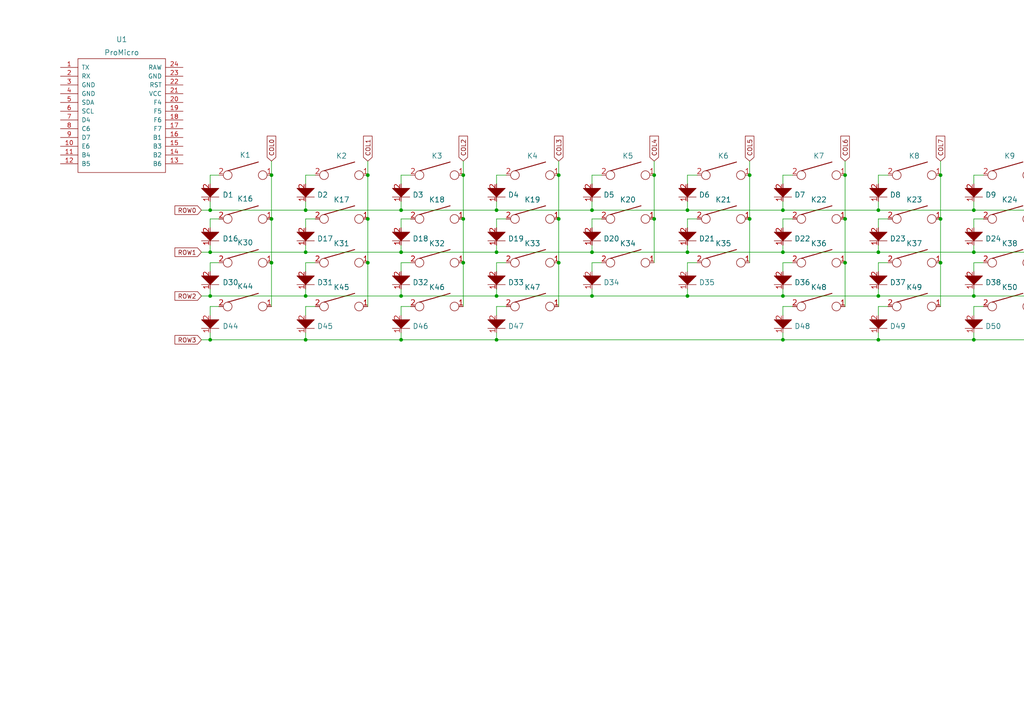
<source format=kicad_sch>
(kicad_sch (version 20211123) (generator eeschema)
  (paper "A4")
  (lib_symbols
    (symbol "keyboard_parts:D" (pin_names (offset 1.016))
      (property "Reference" "D" (at -3.81 -1.27 90))
      (symbol "D_0_1"
        (polyline (pts (xy -2.54 0) (xy 2.54 0)))
        (polyline (pts (xy 0 0) (xy -2.54 -2.54) (xy 2.54 -2.54) (xy 0 0)) (fill (type outline)))
      )
      (symbol "D_1_1"
        (pin passive line (at 0 1.27 270) (length 1.27) (name "~") (number "1"))
        (pin passive line (at 0 -3.81 90) (length 1.27) (name "~") (number "2"))
      )
    )
    (symbol "keyboard_parts:KEYSW" (pin_names (offset 1.016))
      (property "Reference" "K?" (at -1.27 0 0))
      (symbol "KEYSW_0_1"
        (circle (center -5.08 0) (radius 1.27))
        (polyline (pts (xy -5.08 1.27) (xy 3.81 3.81)) (stroke (width 0.254)))
        (circle (center 5.08 0) (radius 1.27))
      )
      (symbol "KEYSW_1_1"
        (pin passive line (at 7.62 0 180) (length 1.27) (name "~") (number "1"))
        (pin passive line (at -7.62 0 0) (length 1.27) (name "~") (number "2"))
      )
    )
    (symbol "promicro:ProMicro" (pin_names (offset 1.016))
      (property "Reference" "U" (at 0 24.13 0))
      (property "Value" "ProMicro" (at 0 -13.97 0))
      (symbol "ProMicro_0_1"
        (rectangle (start -12.7 21.59) (end 12.7 -11.43))
      )
      (symbol "ProMicro_1_1"
        (pin bidirectional line (at -17.78 19.05 0) (length 5.08) (name "TX") (number "1"))
        (pin bidirectional line (at -17.78 -3.81 0) (length 5.08) (name "E6") (number "10"))
        (pin bidirectional line (at -17.78 -6.35 0) (length 5.08) (name "B4") (number "11"))
        (pin bidirectional line (at -17.78 -8.89 0) (length 5.08) (name "B5") (number "12"))
        (pin bidirectional line (at 17.78 -8.89 180) (length 5.08) (name "B6") (number "13"))
        (pin bidirectional line (at 17.78 -6.35 180) (length 5.08) (name "B2") (number "14"))
        (pin bidirectional line (at 17.78 -3.81 180) (length 5.08) (name "B3") (number "15"))
        (pin bidirectional line (at 17.78 -1.27 180) (length 5.08) (name "B1") (number "16"))
        (pin bidirectional line (at 17.78 1.27 180) (length 5.08) (name "F7") (number "17"))
        (pin bidirectional line (at 17.78 3.81 180) (length 5.08) (name "F6") (number "18"))
        (pin bidirectional line (at 17.78 6.35 180) (length 5.08) (name "F5") (number "19"))
        (pin bidirectional line (at -17.78 16.51 0) (length 5.08) (name "RX") (number "2"))
        (pin bidirectional line (at 17.78 8.89 180) (length 5.08) (name "F4") (number "20"))
        (pin power_in line (at 17.78 11.43 180) (length 5.08) (name "VCC") (number "21"))
        (pin input line (at 17.78 13.97 180) (length 5.08) (name "RST") (number "22"))
        (pin power_in line (at 17.78 16.51 180) (length 5.08) (name "GND") (number "23"))
        (pin power_out line (at 17.78 19.05 180) (length 5.08) (name "RAW") (number "24"))
        (pin power_in line (at -17.78 13.97 0) (length 5.08) (name "GND") (number "3"))
        (pin power_in line (at -17.78 11.43 0) (length 5.08) (name "GND") (number "4"))
        (pin bidirectional line (at -17.78 8.89 0) (length 5.08) (name "SDA") (number "5"))
        (pin bidirectional line (at -17.78 6.35 0) (length 5.08) (name "SCL") (number "6"))
        (pin bidirectional line (at -17.78 3.81 0) (length 5.08) (name "D4") (number "7"))
        (pin bidirectional line (at -17.78 1.27 0) (length 5.08) (name "C6") (number "8"))
        (pin bidirectional line (at -17.78 -1.27 0) (length 5.08) (name "D7") (number "9"))
      )
    )
  )
  (junction (at 144.018 60.96))
  (junction (at 420.878 60.96))
  (junction (at 217.424 50.8))
  (junction (at 116.332 60.96))
  (junction (at 88.646 85.852))
  (junction (at 171.704 60.96))
  (junction (at 162.052 63.5))
  (junction (at 337.82 60.96))
  (junction (at 328.168 50.8))
  (junction (at 365.506 73.152))
  (junction (at 300.482 76.2))
  (junction (at 282.448 60.96))
  (junction (at 245.11 63.5))
  (junction (at 199.39 73.152))
  (junction (at 106.68 50.8))
  (junction (at 254.762 98.552))
  (junction (at 272.796 50.8))
  (junction (at 254.762 85.852))
  (junction (at 60.96 85.852))
  (junction (at 393.192 98.552))
  (junction (at 199.39 60.96))
  (junction (at 116.332 98.552))
  (junction (at 282.448 98.552))
  (junction (at 189.738 50.8))
  (junction (at 227.076 98.552))
  (junction (at 365.506 85.852))
  (junction (at 383.54 76.2))
  (junction (at 60.96 73.152))
  (junction (at 60.96 98.552))
  (junction (at 282.448 73.152))
  (junction (at 328.168 63.5))
  (junction (at 365.506 98.552))
  (junction (at 88.646 98.552))
  (junction (at 171.704 85.852))
  (junction (at 227.076 73.152))
  (junction (at 106.68 76.2))
  (junction (at 134.366 76.2))
  (junction (at 310.134 98.552))
  (junction (at 116.332 85.852))
  (junction (at 272.796 76.2))
  (junction (at 134.366 50.8))
  (junction (at 438.912 63.5))
  (junction (at 227.076 60.96))
  (junction (at 438.912 76.2))
  (junction (at 310.134 73.152))
  (junction (at 365.506 60.96))
  (junction (at 106.68 63.5))
  (junction (at 383.54 63.5))
  (junction (at 189.738 63.5))
  (junction (at 78.74 76.2))
  (junction (at 272.796 63.5))
  (junction (at 162.052 76.2))
  (junction (at 245.11 76.2))
  (junction (at 411.226 63.5))
  (junction (at 337.82 85.852))
  (junction (at 393.192 85.852))
  (junction (at 355.854 63.5))
  (junction (at 328.168 76.2))
  (junction (at 310.134 85.852))
  (junction (at 78.74 63.5))
  (junction (at 393.192 73.152))
  (junction (at 355.854 50.8))
  (junction (at 254.762 60.96))
  (junction (at 337.82 73.152))
  (junction (at 144.018 98.552))
  (junction (at 88.646 60.96))
  (junction (at 144.018 73.152))
  (junction (at 393.192 60.96))
  (junction (at 162.052 50.8))
  (junction (at 171.704 73.152))
  (junction (at 134.366 63.5))
  (junction (at 144.018 85.852))
  (junction (at 438.912 50.8))
  (junction (at 355.854 76.2))
  (junction (at 227.076 85.852))
  (junction (at 411.226 76.2))
  (junction (at 245.11 50.8))
  (junction (at 116.332 73.152))
  (junction (at 88.646 73.152))
  (junction (at 411.226 50.8))
  (junction (at 337.82 98.552))
  (junction (at 60.96 60.96))
  (junction (at 217.424 63.5))
  (junction (at 254.762 73.152))
  (junction (at 199.39 85.852))
  (junction (at 310.134 60.96))
  (junction (at 282.448 85.852))
  (junction (at 78.74 50.8))
  (junction (at 300.482 50.8))
  (junction (at 383.54 50.8))
  (junction (at 300.482 63.5))
  (wire (pts (xy 78.74 63.5) (xy 78.74 76.2)))
  (wire (pts (xy 227.076 60.96) (xy 227.076 58.42)))
  (wire (pts (xy 282.448 50.8) (xy 285.242 50.8)))
  (wire (pts (xy 282.448 91.44) (xy 282.448 88.9)))
  (wire (pts (xy 60.96 50.8) (xy 60.96 53.34)))
  (wire (pts (xy 106.68 76.2) (xy 106.68 88.9)))
  (wire (pts (xy 355.854 50.8) (xy 355.854 63.5)))
  (wire (pts (xy 199.39 73.152) (xy 227.076 73.152)))
  (wire (pts (xy 88.646 53.34) (xy 88.646 50.8)))
  (wire (pts (xy 420.878 60.96) (xy 448.564 60.96)))
  (wire (pts (xy 365.506 85.852) (xy 393.192 85.852)))
  (wire (pts (xy 420.878 88.9) (xy 423.672 88.9)))
  (wire (pts (xy 162.052 63.5) (xy 162.052 76.2)))
  (wire (pts (xy 393.192 98.552) (xy 420.878 98.552)))
  (wire (pts (xy 411.226 76.2) (xy 411.226 88.9)))
  (wire (pts (xy 393.192 91.44) (xy 393.192 88.9)))
  (wire (pts (xy 438.912 63.5) (xy 438.912 76.2)))
  (wire (pts (xy 227.076 66.04) (xy 227.076 63.5)))
  (wire (pts (xy 134.366 63.5) (xy 134.366 76.2)))
  (wire (pts (xy 116.332 88.9) (xy 119.126 88.9)))
  (wire (pts (xy 393.192 78.74) (xy 393.192 76.2)))
  (wire (pts (xy 420.878 98.552) (xy 420.878 96.52)))
  (wire (pts (xy 310.134 76.2) (xy 312.928 76.2)))
  (wire (pts (xy 88.646 85.852) (xy 88.646 83.82)))
  (wire (pts (xy 199.39 76.2) (xy 202.184 76.2)))
  (wire (pts (xy 254.762 66.04) (xy 254.762 63.5)))
  (wire (pts (xy 144.018 53.34) (xy 144.018 50.8)))
  (wire (pts (xy 420.878 60.96) (xy 420.878 58.42)))
  (wire (pts (xy 88.646 91.44) (xy 88.646 88.9)))
  (wire (pts (xy 254.762 50.8) (xy 257.556 50.8)))
  (wire (pts (xy 393.192 98.552) (xy 393.192 96.52)))
  (wire (pts (xy 245.11 50.8) (xy 245.11 63.5)))
  (wire (pts (xy 365.506 60.96) (xy 393.192 60.96)))
  (wire (pts (xy 134.366 76.2) (xy 134.366 88.9)))
  (wire (pts (xy 393.192 76.2) (xy 395.986 76.2)))
  (wire (pts (xy 282.448 88.9) (xy 285.242 88.9)))
  (wire (pts (xy 63.5 50.8) (xy 60.96 50.8)))
  (wire (pts (xy 328.168 50.8) (xy 328.168 63.5)))
  (wire (pts (xy 393.192 85.852) (xy 420.878 85.852)))
  (wire (pts (xy 254.762 98.552) (xy 254.762 96.52)))
  (wire (pts (xy 272.796 63.5) (xy 272.796 76.2)))
  (wire (pts (xy 58.42 73.152) (xy 60.96 73.152)))
  (wire (pts (xy 310.134 98.552) (xy 310.134 96.52)))
  (wire (pts (xy 310.134 66.04) (xy 310.134 63.5)))
  (wire (pts (xy 60.96 78.74) (xy 60.96 76.2)))
  (wire (pts (xy 116.332 98.552) (xy 144.018 98.552)))
  (wire (pts (xy 254.762 53.34) (xy 254.762 50.8)))
  (wire (pts (xy 116.332 53.34) (xy 116.332 50.8)))
  (wire (pts (xy 310.134 85.852) (xy 310.134 83.82)))
  (wire (pts (xy 199.39 50.8) (xy 202.184 50.8)))
  (wire (pts (xy 199.39 63.5) (xy 202.184 63.5)))
  (wire (pts (xy 171.704 73.152) (xy 171.704 71.12)))
  (wire (pts (xy 254.762 85.852) (xy 282.448 85.852)))
  (wire (pts (xy 420.878 63.5) (xy 423.672 63.5)))
  (wire (pts (xy 337.82 60.96) (xy 337.82 58.42)))
  (wire (pts (xy 393.192 63.5) (xy 395.986 63.5)))
  (wire (pts (xy 116.332 73.152) (xy 144.018 73.152)))
  (wire (pts (xy 88.646 98.552) (xy 116.332 98.552)))
  (wire (pts (xy 310.134 98.552) (xy 337.82 98.552)))
  (wire (pts (xy 337.82 85.852) (xy 365.506 85.852)))
  (wire (pts (xy 300.482 76.2) (xy 300.482 88.9)))
  (wire (pts (xy 411.226 46.736) (xy 411.226 50.8)))
  (wire (pts (xy 144.018 73.152) (xy 144.018 71.12)))
  (wire (pts (xy 393.192 85.852) (xy 393.192 83.82)))
  (wire (pts (xy 144.018 85.852) (xy 171.704 85.852)))
  (wire (pts (xy 60.96 58.42) (xy 60.96 60.96)))
  (wire (pts (xy 144.018 85.852) (xy 144.018 83.82)))
  (wire (pts (xy 254.762 76.2) (xy 257.556 76.2)))
  (wire (pts (xy 189.738 46.736) (xy 189.738 50.8)))
  (wire (pts (xy 88.646 73.152) (xy 88.646 71.12)))
  (wire (pts (xy 282.448 53.34) (xy 282.448 50.8)))
  (wire (pts (xy 420.878 53.34) (xy 420.878 50.8)))
  (wire (pts (xy 420.878 66.04) (xy 420.878 63.5)))
  (wire (pts (xy 116.332 91.44) (xy 116.332 88.9)))
  (wire (pts (xy 438.912 46.736) (xy 438.912 50.8)))
  (wire (pts (xy 272.796 46.736) (xy 272.796 50.8)))
  (wire (pts (xy 227.076 78.74) (xy 227.076 76.2)))
  (wire (pts (xy 300.482 46.736) (xy 300.482 50.8)))
  (wire (pts (xy 448.564 60.96) (xy 448.564 58.42)))
  (wire (pts (xy 217.424 63.5) (xy 217.424 76.2)))
  (wire (pts (xy 227.076 85.852) (xy 254.762 85.852)))
  (wire (pts (xy 393.192 73.152) (xy 393.192 71.12)))
  (wire (pts (xy 227.076 73.152) (xy 254.762 73.152)))
  (wire (pts (xy 310.134 91.44) (xy 310.134 88.9)))
  (wire (pts (xy 365.506 98.552) (xy 393.192 98.552)))
  (wire (pts (xy 337.82 85.852) (xy 337.82 83.82)))
  (wire (pts (xy 199.39 85.852) (xy 199.39 83.82)))
  (wire (pts (xy 189.738 50.8) (xy 189.738 63.5)))
  (wire (pts (xy 60.96 96.52) (xy 60.96 98.552)))
  (wire (pts (xy 144.018 98.552) (xy 227.076 98.552)))
  (wire (pts (xy 282.448 98.552) (xy 310.134 98.552)))
  (wire (pts (xy 88.646 78.74) (xy 88.646 76.2)))
  (wire (pts (xy 171.704 60.96) (xy 199.39 60.96)))
  (wire (pts (xy 300.482 63.5) (xy 300.482 76.2)))
  (wire (pts (xy 171.704 76.2) (xy 174.498 76.2)))
  (wire (pts (xy 254.762 60.96) (xy 282.448 60.96)))
  (wire (pts (xy 393.192 73.152) (xy 420.878 73.152)))
  (wire (pts (xy 88.646 60.96) (xy 88.646 58.42)))
  (wire (pts (xy 282.448 60.96) (xy 310.134 60.96)))
  (wire (pts (xy 254.762 78.74) (xy 254.762 76.2)))
  (wire (pts (xy 254.762 88.9) (xy 257.556 88.9)))
  (wire (pts (xy 171.704 60.96) (xy 171.704 58.42)))
  (wire (pts (xy 393.192 66.04) (xy 393.192 63.5)))
  (wire (pts (xy 227.076 98.552) (xy 254.762 98.552)))
  (wire (pts (xy 199.39 78.74) (xy 199.39 76.2)))
  (wire (pts (xy 144.018 73.152) (xy 171.704 73.152)))
  (wire (pts (xy 144.018 88.9) (xy 146.812 88.9)))
  (wire (pts (xy 310.134 73.152) (xy 337.82 73.152)))
  (wire (pts (xy 365.506 76.2) (xy 368.3 76.2)))
  (wire (pts (xy 88.646 60.96) (xy 116.332 60.96)))
  (wire (pts (xy 199.39 60.96) (xy 199.39 58.42)))
  (wire (pts (xy 227.076 73.152) (xy 227.076 71.12)))
  (wire (pts (xy 420.878 91.44) (xy 420.878 88.9)))
  (wire (pts (xy 337.82 53.34) (xy 337.82 50.8)))
  (wire (pts (xy 393.192 60.96) (xy 420.878 60.96)))
  (wire (pts (xy 171.704 63.5) (xy 174.498 63.5)))
  (wire (pts (xy 144.018 78.74) (xy 144.018 76.2)))
  (wire (pts (xy 420.878 85.852) (xy 420.878 83.82)))
  (wire (pts (xy 310.134 60.96) (xy 337.82 60.96)))
  (wire (pts (xy 116.332 63.5) (xy 119.126 63.5)))
  (wire (pts (xy 116.332 73.152) (xy 116.332 71.12)))
  (wire (pts (xy 78.74 46.736) (xy 78.74 50.8)))
  (wire (pts (xy 78.74 76.2) (xy 78.74 88.9)))
  (wire (pts (xy 245.11 76.2) (xy 245.11 88.9)))
  (wire (pts (xy 310.134 85.852) (xy 337.82 85.852)))
  (wire (pts (xy 199.39 60.96) (xy 227.076 60.96)))
  (wire (pts (xy 60.96 73.152) (xy 88.646 73.152)))
  (wire (pts (xy 116.332 85.852) (xy 116.332 83.82)))
  (wire (pts (xy 365.506 60.96) (xy 365.506 58.42)))
  (wire (pts (xy 199.39 85.852) (xy 227.076 85.852)))
  (wire (pts (xy 365.506 53.34) (xy 365.506 50.8)))
  (wire (pts (xy 199.39 53.34) (xy 199.39 50.8)))
  (wire (pts (xy 88.646 98.552) (xy 88.646 96.52)))
  (wire (pts (xy 420.878 76.2) (xy 423.672 76.2)))
  (wire (pts (xy 365.506 66.04) (xy 365.506 63.5)))
  (wire (pts (xy 365.506 91.44) (xy 365.506 88.9)))
  (wire (pts (xy 282.448 85.852) (xy 310.134 85.852)))
  (wire (pts (xy 88.646 73.152) (xy 116.332 73.152)))
  (wire (pts (xy 88.646 88.9) (xy 91.44 88.9)))
  (wire (pts (xy 448.564 53.34) (xy 448.564 50.8)))
  (wire (pts (xy 355.854 46.736) (xy 355.854 50.8)))
  (wire (pts (xy 254.762 98.552) (xy 282.448 98.552)))
  (wire (pts (xy 393.192 50.8) (xy 395.986 50.8)))
  (wire (pts (xy 60.96 91.44) (xy 60.96 88.9)))
  (wire (pts (xy 337.82 73.152) (xy 337.82 71.12)))
  (wire (pts (xy 199.39 66.04) (xy 199.39 63.5)))
  (wire (pts (xy 217.424 50.8) (xy 217.424 63.5)))
  (wire (pts (xy 227.076 88.9) (xy 229.87 88.9)))
  (wire (pts (xy 227.076 53.34) (xy 227.076 50.8)))
  (wire (pts (xy 282.448 76.2) (xy 285.242 76.2)))
  (wire (pts (xy 144.018 98.552) (xy 144.018 96.52)))
  (wire (pts (xy 365.506 98.552) (xy 365.506 96.52)))
  (wire (pts (xy 60.96 85.852) (xy 88.646 85.852)))
  (wire (pts (xy 254.762 73.152) (xy 254.762 71.12)))
  (wire (pts (xy 116.332 66.04) (xy 116.332 63.5)))
  (wire (pts (xy 227.076 85.852) (xy 227.076 83.82)))
  (wire (pts (xy 337.82 60.96) (xy 365.506 60.96)))
  (wire (pts (xy 60.96 66.04) (xy 60.96 63.5)))
  (wire (pts (xy 116.332 98.552) (xy 116.332 96.52)))
  (wire (pts (xy 78.74 50.8) (xy 78.74 63.5)))
  (wire (pts (xy 171.704 66.04) (xy 171.704 63.5)))
  (wire (pts (xy 88.646 63.5) (xy 91.44 63.5)))
  (wire (pts (xy 144.018 91.44) (xy 144.018 88.9)))
  (wire (pts (xy 438.912 76.2) (xy 438.912 88.9)))
  (wire (pts (xy 227.076 98.552) (xy 227.076 96.52)))
  (wire (pts (xy 383.54 46.736) (xy 383.54 50.8)))
  (wire (pts (xy 144.018 60.96) (xy 171.704 60.96)))
  (wire (pts (xy 282.448 73.152) (xy 310.134 73.152)))
  (wire (pts (xy 162.052 46.736) (xy 162.052 50.8)))
  (wire (pts (xy 337.82 63.5) (xy 340.614 63.5)))
  (wire (pts (xy 134.366 50.8) (xy 134.366 63.5)))
  (wire (pts (xy 337.82 78.74) (xy 337.82 76.2)))
  (wire (pts (xy 393.192 53.34) (xy 393.192 50.8)))
  (wire (pts (xy 365.506 50.8) (xy 368.3 50.8)))
  (wire (pts (xy 365.506 63.5) (xy 368.3 63.5)))
  (wire (pts (xy 88.646 50.8) (xy 91.44 50.8)))
  (wire (pts (xy 365.506 73.152) (xy 393.192 73.152)))
  (wire (pts (xy 282.448 98.552) (xy 282.448 96.52)))
  (wire (pts (xy 282.448 66.04) (xy 282.448 63.5)))
  (wire (pts (xy 106.68 46.736) (xy 106.68 50.8)))
  (wire (pts (xy 106.68 63.5) (xy 106.68 76.2)))
  (wire (pts (xy 420.878 50.8) (xy 423.672 50.8)))
  (wire (pts (xy 411.226 63.5) (xy 411.226 76.2)))
  (wire (pts (xy 328.168 46.736) (xy 328.168 50.8)))
  (wire (pts (xy 171.704 78.74) (xy 171.704 76.2)))
  (wire (pts (xy 365.506 85.852) (xy 365.506 83.82)))
  (wire (pts (xy 88.646 76.2) (xy 91.44 76.2)))
  (wire (pts (xy 337.82 88.9) (xy 340.614 88.9)))
  (wire (pts (xy 272.796 50.8) (xy 272.796 63.5)))
  (wire (pts (xy 383.54 76.2) (xy 383.54 88.9)))
  (wire (pts (xy 393.192 60.96) (xy 393.192 58.42)))
  (wire (pts (xy 337.82 98.552) (xy 337.82 96.52)))
  (wire (pts (xy 60.96 76.2) (xy 63.5 76.2)))
  (wire (pts (xy 337.82 50.8) (xy 340.614 50.8)))
  (wire (pts (xy 171.704 85.852) (xy 199.39 85.852)))
  (wire (pts (xy 217.424 46.736) (xy 217.424 50.8)))
  (wire (pts (xy 310.134 63.5) (xy 312.928 63.5)))
  (wire (pts (xy 282.448 60.96) (xy 282.448 58.42)))
  (wire (pts (xy 245.11 63.5) (xy 245.11 76.2)))
  (wire (pts (xy 58.42 85.852) (xy 60.96 85.852)))
  (wire (pts (xy 199.39 73.152) (xy 199.39 71.12)))
  (wire (pts (xy 310.134 78.74) (xy 310.134 76.2)))
  (wire (pts (xy 245.11 46.736) (xy 245.11 50.8)))
  (wire (pts (xy 282.448 85.852) (xy 282.448 83.82)))
  (wire (pts (xy 116.332 60.96) (xy 116.332 58.42)))
  (wire (pts (xy 328.168 63.5) (xy 328.168 76.2)))
  (wire (pts (xy 58.42 60.96) (xy 60.96 60.96)))
  (wire (pts (xy 60.96 83.82) (xy 60.96 85.852)))
  (wire (pts (xy 355.854 63.5) (xy 355.854 76.2)))
  (wire (pts (xy 60.96 63.5) (xy 63.5 63.5)))
  (wire (pts (xy 337.82 73.152) (xy 365.506 73.152)))
  (wire (pts (xy 88.646 85.852) (xy 116.332 85.852)))
  (wire (pts (xy 116.332 60.96) (xy 144.018 60.96)))
  (wire (pts (xy 60.96 88.9) (xy 63.5 88.9)))
  (wire (pts (xy 355.854 76.2) (xy 355.854 88.9)))
  (wire (pts (xy 227.076 76.2) (xy 229.87 76.2)))
  (wire (pts (xy 337.82 98.552) (xy 365.506 98.552)))
  (wire (pts (xy 144.018 63.5) (xy 146.812 63.5)))
  (wire (pts (xy 282.448 78.74) (xy 282.448 76.2)))
  (wire (pts (xy 448.564 50.8) (xy 451.358 50.8)))
  (wire (pts (xy 466.598 46.736) (xy 466.598 50.8)))
  (wire (pts (xy 383.54 50.8) (xy 383.54 63.5)))
  (wire (pts (xy 254.762 85.852) (xy 254.762 83.82)))
  (wire (pts (xy 88.646 66.04) (xy 88.646 63.5)))
  (wire (pts (xy 171.704 50.8) (xy 174.498 50.8)))
  (wire (pts (xy 189.738 63.5) (xy 189.738 76.2)))
  (wire (pts (xy 254.762 63.5) (xy 257.556 63.5)))
  (wire (pts (xy 365.506 73.152) (xy 365.506 71.12)))
  (wire (pts (xy 420.878 73.152) (xy 420.878 71.12)))
  (wire (pts (xy 134.366 46.736) (xy 134.366 50.8)))
  (wire (pts (xy 254.762 60.96) (xy 254.762 58.42)))
  (wire (pts (xy 171.704 53.34) (xy 171.704 50.8)))
  (wire (pts (xy 383.54 63.5) (xy 383.54 76.2)))
  (wire (pts (xy 411.226 50.8) (xy 411.226 63.5)))
  (wire (pts (xy 162.052 50.8) (xy 162.052 63.5)))
  (wire (pts (xy 254.762 91.44) (xy 254.762 88.9)))
  (wire (pts (xy 60.96 60.96) (xy 88.646 60.96)))
  (wire (pts (xy 310.134 50.8) (xy 312.928 50.8)))
  (wire (pts (xy 254.762 73.152) (xy 282.448 73.152)))
  (wire (pts (xy 420.878 78.74) (xy 420.878 76.2)))
  (wire (pts (xy 310.134 88.9) (xy 312.928 88.9)))
  (wire (pts (xy 171.704 73.152) (xy 199.39 73.152)))
  (wire (pts (xy 438.912 50.8) (xy 438.912 63.5)))
  (wire (pts (xy 310.134 60.96) (xy 310.134 58.42)))
  (wire (pts (xy 337.82 66.04) (xy 337.82 63.5)))
  (wire (pts (xy 162.052 76.2) (xy 162.052 88.9)))
  (wire (pts (xy 144.018 50.8) (xy 146.812 50.8)))
  (wire (pts (xy 144.018 60.96) (xy 144.018 58.42)))
  (wire (pts (xy 310.134 53.34) (xy 310.134 50.8)))
  (wire (pts (xy 300.482 50.8) (xy 300.482 63.5)))
  (wire (pts (xy 116.332 85.852) (xy 144.018 85.852)))
  (wire (pts (xy 337.82 76.2) (xy 340.614 76.2)))
  (wire (pts (xy 393.192 88.9) (xy 395.986 88.9)))
  (wire (pts (xy 144.018 66.04) (xy 144.018 63.5)))
  (wire (pts (xy 365.506 88.9) (xy 368.3 88.9)))
  (wire (pts (xy 60.96 98.552) (xy 88.646 98.552)))
  (wire (pts (xy 365.506 78.74) (xy 365.506 76.2)))
  (wire (pts (xy 116.332 78.74) (xy 116.332 76.2)))
  (wire (pts (xy 328.168 76.2) (xy 328.168 88.9)))
  (wire (pts (xy 116.332 50.8) (xy 119.126 50.8)))
  (wire (pts (xy 116.332 76.2) (xy 119.126 76.2)))
  (wire (pts (xy 60.96 71.12) (xy 60.96 73.152)))
  (wire (pts (xy 106.68 50.8) (xy 106.68 63.5)))
  (wire (pts (xy 282.448 73.152) (xy 282.448 71.12)))
  (wire (pts (xy 227.076 50.8) (xy 229.87 50.8)))
  (wire (pts (xy 337.82 91.44) (xy 337.82 88.9)))
  (wire (pts (xy 310.134 73.152) (xy 310.134 71.12)))
  (wire (pts (xy 227.076 63.5) (xy 229.87 63.5)))
  (wire (pts (xy 171.704 85.852) (xy 171.704 83.82)))
  (wire (pts (xy 227.076 60.96) (xy 254.762 60.96)))
  (wire (pts (xy 282.448 63.5) (xy 285.242 63.5)))
  (wire (pts (xy 272.796 76.2) (xy 272.796 88.9)))
  (wire (pts (xy 227.076 91.44) (xy 227.076 88.9)))
  (wire (pts (xy 58.42 98.552) (xy 60.96 98.552)))
  (wire (pts (xy 144.018 76.2) (xy 146.812 76.2)))
  (global_label "COL7" (shape input) (at 272.796 46.736 90) (property "Intersheet References" "${INTERSHEET_REFS}" (effects hide)))
  (global_label "COL12" (shape input) (at 411.226 46.736 90) (property "Intersheet References" "${INTERSHEET_REFS}" (effects hide)))
  (global_label "COL9" (shape input) (at 328.168 46.736 90) (property "Intersheet References" "${INTERSHEET_REFS}" (effects hide)))
  (global_label "ROW1" (shape input) (at 58.42 73.152 180) (property "Intersheet References" "${INTERSHEET_REFS}" (effects hide)))
  (global_label "COL14" (shape input) (at 466.598 46.736 90) (property "Intersheet References" "${INTERSHEET_REFS}" (effects hide)))
  (global_label "COL3" (shape input) (at 162.052 46.736 90) (property "Intersheet References" "${INTERSHEET_REFS}" (effects hide)))
  (global_label "ROW3" (shape input) (at 58.42 98.552 180) (property "Intersheet References" "${INTERSHEET_REFS}" (effects hide)))
  (global_label "COL8" (shape input) (at 300.482 46.736 90) (property "Intersheet References" "${INTERSHEET_REFS}" (effects hide)))
  (global_label "COL13" (shape input) (at 438.912 46.736 90) (property "Intersheet References" "${INTERSHEET_REFS}" (effects hide)))
  (global_label "COL6" (shape input) (at 245.11 46.736 90) (property "Intersheet References" "${INTERSHEET_REFS}" (effects hide)))
  (global_label "COL11" (shape input) (at 383.54 46.736 90) (property "Intersheet References" "${INTERSHEET_REFS}" (effects hide)))
  (global_label "COL4" (shape input) (at 189.738 46.736 90) (property "Intersheet References" "${INTERSHEET_REFS}" (effects hide)))
  (global_label "COL1" (shape input) (at 106.68 46.736 90) (property "Intersheet References" "${INTERSHEET_REFS}" (effects hide)))
  (global_label "ROW2" (shape input) (at 58.42 85.852 180) (property "Intersheet References" "${INTERSHEET_REFS}" (effects hide)))
  (global_label "COL2" (shape input) (at 134.366 46.736 90) (property "Intersheet References" "${INTERSHEET_REFS}" (effects hide)))
  (global_label "ROW0" (shape input) (at 58.42 60.96 180) (property "Intersheet References" "${INTERSHEET_REFS}" (effects hide)))
  (global_label "COL10" (shape input) (at 355.854 46.736 90) (property "Intersheet References" "${INTERSHEET_REFS}" (effects hide)))
  (global_label "COL0" (shape input) (at 78.74 46.736 90) (property "Intersheet References" "${INTERSHEET_REFS}" (effects hide)))
  (global_label "COL5" (shape input) (at 217.424 46.736 90) (property "Intersheet References" "${INTERSHEET_REFS}" (effects hide)))
  (symbol (lib_id "keyboard_parts:KEYSW") (at 99.06 76.2 0) (unit 1)
    (property "Reference" "K31" (at 99.06 70.612 0) (effects (font (size 1.524 1.524))))
    (property "Value" "KEYSW" (effects hide))
    (property "Footprint" "Switch_Keyboard_Hotswap_Kailh:SW_Hotswap_Kailh_MX_1.00u" (effects hide))
  )
  (symbol (lib_id "keyboard_parts:D") (at 144.018 95.25 180) (unit 1)
    (property "Reference" "D47" (at 147.32 94.615 0) (effects (font (size 1.524 1.524)) (justify right)))
    (property "Value" "D" (effects hide))
    (property "Footprint" "TheKeebrary:MD_Diode" (effects hide))
  )
  (symbol (lib_id "keyboard_parts:KEYSW") (at 209.804 76.2 0) (unit 1)
    (property "Reference" "K35" (at 209.804 70.612 0) (effects (font (size 1.524 1.524))))
    (property "Value" "KEYSW" (effects hide))
    (property "Footprint" "Switch_Keyboard_Hotswap_Kailh:SW_Hotswap_Kailh_MX_1.00u" (effects hide))
  )
  (symbol (lib_id "keyboard_parts:D") (at 365.506 69.85 180) (unit 1)
    (property "Reference" "D27" (at 368.808 69.215 0) (effects (font (size 1.524 1.524)) (justify right)))
    (property "Value" "D" (effects hide))
    (property "Footprint" "TheKeebrary:MD_Diode" (effects hide))
  )
  (symbol (lib_id "keyboard_parts:KEYSW") (at 126.746 76.2 0) (unit 1)
    (property "Reference" "K32" (at 126.746 70.612 0) (effects (font (size 1.524 1.524))))
    (property "Value" "KEYSW" (effects hide))
    (property "Footprint" "Switch_Keyboard_Hotswap_Kailh:SW_Hotswap_Kailh_MX_1.00u" (effects hide))
  )
  (symbol (lib_id "keyboard_parts:D") (at 337.82 95.25 180) (unit 1)
    (property "Reference" "D52" (at 341.122 94.615 0) (effects (font (size 1.524 1.524)) (justify right)))
    (property "Value" "D" (effects hide))
    (property "Footprint" "TheKeebrary:MD_Diode" (effects hide))
  )
  (symbol (lib_id "keyboard_parts:KEYSW") (at 348.234 76.2 0) (unit 1)
    (property "Reference" "K40" (at 348.234 70.612 0) (effects (font (size 1.524 1.524))))
    (property "Value" "KEYSW" (effects hide))
    (property "Footprint" "Switch_Keyboard_Hotswap_Kailh:SW_Hotswap_Kailh_MX_1.00u" (effects hide))
  )
  (symbol (lib_id "keyboard_parts:KEYSW") (at 154.432 88.9 0) (unit 1)
    (property "Reference" "K47" (at 154.432 83.312 0) (effects (font (size 1.524 1.524))))
    (property "Value" "KEYSW" (effects hide))
    (property "Footprint" "Switch_Keyboard_Hotswap_Kailh:SW_Hotswap_Kailh_MX_2.75u" (effects hide))
  )
  (symbol (lib_id "keyboard_parts:D") (at 199.39 82.55 180) (unit 1)
    (property "Reference" "D35" (at 202.692 81.915 0) (effects (font (size 1.524 1.524)) (justify right)))
    (property "Value" "D" (effects hide))
    (property "Footprint" "TheKeebrary:MD_Diode" (effects hide))
  )
  (symbol (lib_id "keyboard_parts:KEYSW") (at 209.804 63.5 0) (unit 1)
    (property "Reference" "K21" (at 209.804 57.912 0) (effects (font (size 1.524 1.524))))
    (property "Value" "KEYSW" (effects hide))
    (property "Footprint" "Switch_Keyboard_Hotswap_Kailh:SW_Hotswap_Kailh_MX_1.00u" (effects hide))
  )
  (symbol (lib_id "keyboard_parts:KEYSW") (at 126.746 63.5 0) (unit 1)
    (property "Reference" "K18" (at 126.746 57.912 0) (effects (font (size 1.524 1.524))))
    (property "Value" "KEYSW" (effects hide))
    (property "Footprint" "Switch_Keyboard_Hotswap_Kailh:SW_Hotswap_Kailh_MX_1.00u" (effects hide))
  )
  (symbol (lib_id "keyboard_parts:KEYSW") (at 375.92 50.8 0) (unit 1)
    (property "Reference" "K12" (at 375.92 45.212 0) (effects (font (size 1.524 1.524))))
    (property "Value" "KEYSW" (effects hide))
    (property "Footprint" "Switch_Keyboard_Hotswap_Kailh:SW_Hotswap_Kailh_MX_1.00u" (effects hide))
  )
  (symbol (lib_id "keyboard_parts:D") (at 227.076 57.15 180) (unit 1)
    (property "Reference" "D7" (at 230.378 56.515 0) (effects (font (size 1.524 1.524)) (justify right)))
    (property "Value" "D" (effects hide))
    (property "Footprint" "TheKeebrary:MD_Diode" (effects hide))
  )
  (symbol (lib_id "keyboard_parts:KEYSW") (at 71.12 63.5 0) (unit 1)
    (property "Reference" "K16" (at 71.12 57.658 0) (effects (font (size 1.524 1.524))))
    (property "Value" "KEYSW" (effects hide))
    (property "Footprint" "Switch_Keyboard_Hotswap_Kailh:SW_Hotswap_Kailh_MX_1.25u" (effects hide))
  )
  (symbol (lib_id "keyboard_parts:KEYSW") (at 403.606 88.9 0) (unit 1)
    (property "Reference" "K54" (at 403.606 83.312 0) (effects (font (size 1.524 1.524))))
    (property "Value" "KEYSW" (effects hide))
    (property "Footprint" "Switch_Keyboard_Hotswap_Kailh:SW_Hotswap_Kailh_MX_1.00u" (effects hide))
  )
  (symbol (lib_id "keyboard_parts:D") (at 282.448 57.15 180) (unit 1)
    (property "Reference" "D9" (at 285.75 56.515 0) (effects (font (size 1.524 1.524)) (justify right)))
    (property "Value" "D" (effects hide))
    (property "Footprint" "TheKeebrary:MD_Diode" (effects hide))
  )
  (symbol (lib_id "promicro:ProMicro") (at 35.306 38.608 0) (unit 1)
    (property "Reference" "U1" (at 35.306 11.43 0) (effects (font (size 1.524 1.524))))
    (property "Value" "ProMicro" (at 35.306 15.24 0) (effects (font (size 1.524 1.524))))
    (property "Footprint" "promicro:ProMicro" (effects hide))
  )
  (symbol (lib_id "keyboard_parts:KEYSW") (at 265.176 63.5 0) (unit 1)
    (property "Reference" "K23" (at 265.176 57.912 0) (effects (font (size 1.524 1.524))))
    (property "Value" "KEYSW" (effects hide))
    (property "Footprint" "Switch_Keyboard_Hotswap_Kailh:SW_Hotswap_Kailh_MX_1.00u" (effects hide))
  )
  (symbol (lib_id "keyboard_parts:D") (at 282.448 82.55 180) (unit 1)
    (property "Reference" "D38" (at 285.75 81.915 0) (effects (font (size 1.524 1.524)) (justify right)))
    (property "Value" "D" (effects hide))
    (property "Footprint" "TheKeebrary:MD_Diode" (effects hide))
  )
  (symbol (lib_id "keyboard_parts:KEYSW") (at 320.548 63.5 0) (unit 1)
    (property "Reference" "K25" (at 320.548 57.912 0) (effects (font (size 1.524 1.524))))
    (property "Value" "KEYSW" (effects hide))
    (property "Footprint" "Switch_Keyboard_Hotswap_Kailh:SW_Hotswap_Kailh_MX_1.00u" (effects hide))
  )
  (symbol (lib_id "keyboard_parts:KEYSW") (at 265.176 76.2 0) (unit 1)
    (property "Reference" "K37" (at 265.176 70.612 0) (effects (font (size 1.524 1.524))))
    (property "Value" "KEYSW" (effects hide))
    (property "Footprint" "Switch_Keyboard_Hotswap_Kailh:SW_Hotswap_Kailh_MX_1.00u" (effects hide))
  )
  (symbol (lib_id "keyboard_parts:D") (at 337.82 57.15 180) (unit 1)
    (property "Reference" "D11" (at 341.122 56.515 0) (effects (font (size 1.524 1.524)) (justify right)))
    (property "Value" "D" (effects hide))
    (property "Footprint" "TheKeebrary:MD_Diode" (effects hide))
  )
  (symbol (lib_id "keyboard_parts:KEYSW") (at 375.92 63.5 0) (unit 1)
    (property "Reference" "K27" (at 375.92 57.912 0) (effects (font (size 1.524 1.524))))
    (property "Value" "KEYSW" (effects hide))
    (property "Footprint" "Switch_Keyboard_Hotswap_Kailh:SW_Hotswap_Kailh_MX_1.00u" (effects hide))
  )
  (symbol (lib_id "keyboard_parts:D") (at 171.704 57.15 180) (unit 1)
    (property "Reference" "D5" (at 175.006 56.515 0) (effects (font (size 1.524 1.524)) (justify right)))
    (property "Value" "D" (effects hide))
    (property "Footprint" "TheKeebrary:MD_Diode" (effects hide))
  )
  (symbol (lib_id "keyboard_parts:D") (at 448.564 57.15 180) (unit 1)
    (property "Reference" "D15" (at 451.866 56.515 0) (effects (font (size 1.524 1.524)) (justify right)))
    (property "Value" "D" (effects hide))
    (property "Footprint" "TheKeebrary:MD_Diode" (effects hide))
  )
  (symbol (lib_id "keyboard_parts:D") (at 393.192 69.85 180) (unit 1)
    (property "Reference" "D28" (at 396.494 69.215 0) (effects (font (size 1.524 1.524)) (justify right)))
    (property "Value" "D" (effects hide))
    (property "Footprint" "TheKeebrary:MD_Diode" (effects hide))
  )
  (symbol (lib_id "keyboard_parts:KEYSW") (at 154.432 50.8 0) (unit 1)
    (property "Reference" "K4" (at 154.432 45.212 0) (effects (font (size 1.524 1.524))))
    (property "Value" "KEYSW" (effects hide))
    (property "Footprint" "Switch_Keyboard_Hotswap_Kailh:SW_Hotswap_Kailh_MX_1.00u" (effects hide))
  )
  (symbol (lib_id "keyboard_parts:D") (at 282.448 69.85 180) (unit 1)
    (property "Reference" "D24" (at 285.75 69.215 0) (effects (font (size 1.524 1.524)) (justify right)))
    (property "Value" "D" (effects hide))
    (property "Footprint" "TheKeebrary:MD_Diode" (effects hide))
  )
  (symbol (lib_id "keyboard_parts:KEYSW") (at 431.292 50.8 0) (unit 1)
    (property "Reference" "K14" (at 431.292 45.212 0) (effects (font (size 1.524 1.524))))
    (property "Value" "KEYSW" (effects hide))
    (property "Footprint" "Switch_Keyboard_Hotswap_Kailh:SW_Hotswap_Kailh_MX_1.00u" (effects hide))
  )
  (symbol (lib_id "keyboard_parts:KEYSW") (at 182.118 76.2 0) (unit 1)
    (property "Reference" "K34" (at 182.118 70.612 0) (effects (font (size 1.524 1.524))))
    (property "Value" "KEYSW" (effects hide))
    (property "Footprint" "Switch_Keyboard_Hotswap_Kailh:SW_Hotswap_Kailh_MX_1.00u" (effects hide))
  )
  (symbol (lib_id "keyboard_parts:KEYSW") (at 237.49 50.8 0) (unit 1)
    (property "Reference" "K7" (at 237.49 45.212 0) (effects (font (size 1.524 1.524))))
    (property "Value" "KEYSW" (effects hide))
    (property "Footprint" "Switch_Keyboard_Hotswap_Kailh:SW_Hotswap_Kailh_MX_1.00u" (effects hide))
  )
  (symbol (lib_id "keyboard_parts:D") (at 393.192 82.55 180) (unit 1)
    (property "Reference" "D42" (at 396.494 81.915 0) (effects (font (size 1.524 1.524)) (justify right)))
    (property "Value" "D" (effects hide))
    (property "Footprint" "TheKeebrary:MD_Diode" (effects hide))
  )
  (symbol (lib_id "keyboard_parts:D") (at 60.96 69.85 180) (unit 1)
    (property "Reference" "D16" (at 64.516 69.215 0) (effects (font (size 1.524 1.524)) (justify right)))
    (property "Value" "D" (effects hide))
    (property "Footprint" "TheKeebrary:MD_Diode" (effects hide))
  )
  (symbol (lib_id "keyboard_parts:D") (at 171.704 82.55 180) (unit 1)
    (property "Reference" "D34" (at 175.006 81.915 0) (effects (font (size 1.524 1.524)) (justify right)))
    (property "Value" "D" (effects hide))
    (property "Footprint" "TheKeebrary:MD_Diode" (effects hide))
  )
  (symbol (lib_id "keyboard_parts:D") (at 393.192 57.15 180) (unit 1)
    (property "Reference" "D13" (at 396.494 56.515 0) (effects (font (size 1.524 1.524)) (justify right)))
    (property "Value" "D" (effects hide))
    (property "Footprint" "TheKeebrary:MD_Diode" (effects hide))
  )
  (symbol (lib_id "keyboard_parts:D") (at 116.332 57.15 180) (unit 1)
    (property "Reference" "D3" (at 119.634 56.515 0) (effects (font (size 1.524 1.524)) (justify right)))
    (property "Value" "D" (effects hide))
    (property "Footprint" "TheKeebrary:MD_Diode" (effects hide))
  )
  (symbol (lib_id "keyboard_parts:D") (at 254.762 57.15 180) (unit 1)
    (property "Reference" "D8" (at 258.064 56.515 0) (effects (font (size 1.524 1.524)) (justify right)))
    (property "Value" "D" (effects hide))
    (property "Footprint" "TheKeebrary:MD_Diode" (effects hide))
  )
  (symbol (lib_id "keyboard_parts:KEYSW") (at 154.432 63.5 0) (unit 1)
    (property "Reference" "K19" (at 154.432 57.912 0) (effects (font (size 1.524 1.524))))
    (property "Value" "KEYSW" (effects hide))
    (property "Footprint" "Switch_Keyboard_Hotswap_Kailh:SW_Hotswap_Kailh_MX_1.00u" (effects hide))
  )
  (symbol (lib_id "keyboard_parts:D") (at 116.332 69.85 180) (unit 1)
    (property "Reference" "D18" (at 119.634 69.215 0) (effects (font (size 1.524 1.524)) (justify right)))
    (property "Value" "D" (effects hide))
    (property "Footprint" "TheKeebrary:MD_Diode" (effects hide))
  )
  (symbol (lib_id "keyboard_parts:KEYSW") (at 71.12 76.2 0) (unit 1)
    (property "Reference" "K30" (at 71.12 70.358 0) (effects (font (size 1.524 1.524))))
    (property "Value" "KEYSW" (effects hide))
    (property "Footprint" "Switch_Keyboard_Hotswap_Kailh:SW_Hotswap_Kailh_MX_1.75u" (effects hide))
  )
  (symbol (lib_id "keyboard_parts:D") (at 254.762 95.25 180) (unit 1)
    (property "Reference" "D49" (at 258.064 94.615 0) (effects (font (size 1.524 1.524)) (justify right)))
    (property "Value" "D" (effects hide))
    (property "Footprint" "TheKeebrary:MD_Diode" (effects hide))
  )
  (symbol (lib_id "keyboard_parts:KEYSW") (at 99.06 50.8 0) (unit 1)
    (property "Reference" "K2" (at 99.06 45.212 0) (effects (font (size 1.524 1.524))))
    (property "Value" "KEYSW" (effects hide))
    (property "Footprint" "Switch_Keyboard_Hotswap_Kailh:SW_Hotswap_Kailh_MX_1.00u" (effects hide))
  )
  (symbol (lib_id "keyboard_parts:D") (at 393.192 95.25 180) (unit 1)
    (property "Reference" "D54" (at 396.494 94.615 0) (effects (font (size 1.524 1.524)) (justify right)))
    (property "Value" "D" (effects hide))
    (property "Footprint" "TheKeebrary:MD_Diode" (effects hide))
  )
  (symbol (lib_id "keyboard_parts:D") (at 116.332 95.25 180) (unit 1)
    (property "Reference" "D46" (at 119.634 94.615 0) (effects (font (size 1.524 1.524)) (justify right)))
    (property "Value" "D" (effects hide))
    (property "Footprint" "TheKeebrary:MD_Diode" (effects hide))
  )
  (symbol (lib_id "keyboard_parts:KEYSW") (at 99.06 88.9 0) (unit 1)
    (property "Reference" "K45" (at 99.06 83.312 0) (effects (font (size 1.524 1.524))))
    (property "Value" "KEYSW" (effects hide))
    (property "Footprint" "Switch_Keyboard_Hotswap_Kailh:SW_Hotswap_Kailh_MX_1.00u" (effects hide))
  )
  (symbol (lib_id "keyboard_parts:KEYSW") (at 126.746 50.8 0) (unit 1)
    (property "Reference" "K3" (at 126.746 45.212 0) (effects (font (size 1.524 1.524))))
    (property "Value" "KEYSW" (effects hide))
    (property "Footprint" "Switch_Keyboard_Hotswap_Kailh:SW_Hotswap_Kailh_MX_1.00u" (effects hide))
  )
  (symbol (lib_id "keyboard_parts:D") (at 365.506 82.55 180) (unit 1)
    (property "Reference" "D41" (at 368.808 81.915 0) (effects (font (size 1.524 1.524)) (justify right)))
    (property "Value" "D" (effects hide))
    (property "Footprint" "TheKeebrary:MD_Diode" (effects hide))
  )
  (symbol (lib_id "keyboard_parts:D") (at 144.018 57.15 180) (unit 1)
    (property "Reference" "D4" (at 147.32 56.515 0) (effects (font (size 1.524 1.524)) (justify right)))
    (property "Value" "D" (effects hide))
    (property "Footprint" "TheKeebrary:MD_Diode" (effects hide))
  )
  (symbol (lib_id "keyboard_parts:KEYSW") (at 237.49 76.2 0) (unit 1)
    (property "Reference" "K36" (at 237.49 70.612 0) (effects (font (size 1.524 1.524))))
    (property "Value" "KEYSW" (effects hide))
    (property "Footprint" "Switch_Keyboard_Hotswap_Kailh:SW_Hotswap_Kailh_MX_1.00u" (effects hide))
  )
  (symbol (lib_id "keyboard_parts:D") (at 365.506 95.25 180) (unit 1)
    (property "Reference" "D53" (at 368.808 94.615 0) (effects (font (size 1.524 1.524)) (justify right)))
    (property "Value" "D" (effects hide))
    (property "Footprint" "TheKeebrary:MD_Diode" (effects hide))
  )
  (symbol (lib_id "keyboard_parts:D") (at 310.134 95.25 180) (unit 1)
    (property "Reference" "D51" (at 313.436 94.615 0) (effects (font (size 1.524 1.524)) (justify right)))
    (property "Value" "D" (effects hide))
    (property "Footprint" "TheKeebrary:MD_Diode" (effects hide))
  )
  (symbol (lib_id "keyboard_parts:KEYSW") (at 403.606 76.2 0) (unit 1)
    (property "Reference" "K42" (at 403.606 70.612 0) (effects (font (size 1.524 1.524))))
    (property "Value" "KEYSW" (effects hide))
    (property "Footprint" "Switch_Keyboard_Hotswap_Kailh:SW_Hotswap_Kailh_MX_1.00u" (effects hide))
  )
  (symbol (lib_id "keyboard_parts:KEYSW") (at 126.746 88.9 0) (unit 1)
    (property "Reference" "K46" (at 126.746 83.312 0) (effects (font (size 1.524 1.524))))
    (property "Value" "KEYSW" (effects hide))
    (property "Footprint" "Switch_Keyboard_Hotswap_Kailh:SW_Hotswap_Kailh_MX_1.00u" (effects hide))
  )
  (symbol (lib_id "keyboard_parts:D") (at 144.018 69.85 180) (unit 1)
    (property "Reference" "D19" (at 147.32 69.215 0) (effects (font (size 1.524 1.524)) (justify right)))
    (property "Value" "D" (effects hide))
    (property "Footprint" "TheKeebrary:MD_Diode" (effects hide))
  )
  (symbol (lib_id "keyboard_parts:D") (at 116.332 82.55 180) (unit 1)
    (property "Reference" "D32" (at 119.634 81.915 0) (effects (font (size 1.524 1.524)) (justify right)))
    (property "Value" "D" (effects hide))
    (property "Footprint" "TheKeebrary:MD_Diode" (effects hide))
  )
  (symbol (lib_id "keyboard_parts:D") (at 144.018 82.55 180) (unit 1)
    (property "Reference" "D33" (at 147.32 81.915 0) (effects (font (size 1.524 1.524)) (justify right)))
    (property "Value" "D" (effects hide))
    (property "Footprint" "TheKeebrary:MD_Diode" (effects hide))
  )
  (symbol (lib_id "keyboard_parts:KEYSW") (at 375.92 76.2 0) (unit 1)
    (property "Reference" "K41" (at 375.92 70.612 0) (effects (font (size 1.524 1.524))))
    (property "Value" "KEYSW" (effects hide))
    (property "Footprint" "Switch_Keyboard_Hotswap_Kailh:SW_Hotswap_Kailh_MX_1.25u" (effects hide))
  )
  (symbol (lib_id "keyboard_parts:D") (at 310.134 82.55 180) (unit 1)
    (property "Reference" "D39" (at 313.436 81.915 0) (effects (font (size 1.524 1.524)) (justify right)))
    (property "Value" "D" (effects hide))
    (property "Footprint" "TheKeebrary:MD_Diode" (effects hide))
  )
  (symbol (lib_id "keyboard_parts:D") (at 88.646 57.15 180) (unit 1)
    (property "Reference" "D2" (at 91.948 56.515 0) (effects (font (size 1.524 1.524)) (justify right)))
    (property "Value" "D" (effects hide))
    (property "Footprint" "TheKeebrary:MD_Diode" (effects hide))
  )
  (symbol (lib_id "keyboard_parts:KEYSW") (at 320.548 76.2 0) (unit 1)
    (property "Reference" "K39" (at 320.548 70.612 0) (effects (font (size 1.524 1.524))))
    (property "Value" "KEYSW" (effects hide))
    (property "Footprint" "Switch_Keyboard_Hotswap_Kailh:SW_Hotswap_Kailh_MX_1.00u" (effects hide))
  )
  (symbol (lib_id "keyboard_parts:D") (at 227.076 95.25 180) (unit 1)
    (property "Reference" "D48" (at 230.378 94.615 0) (effects (font (size 1.524 1.524)) (justify right)))
    (property "Value" "D" (effects hide))
    (property "Footprint" "TheKeebrary:MD_Diode" (effects hide))
  )
  (symbol (lib_id "keyboard_parts:D") (at 88.646 69.85 180) (unit 1)
    (property "Reference" "D17" (at 91.948 69.215 0) (effects (font (size 1.524 1.524)) (justify right)))
    (property "Value" "D" (effects hide))
    (property "Footprint" "TheKeebrary:MD_Diode" (effects hide))
  )
  (symbol (lib_id "keyboard_parts:KEYSW") (at 99.06 63.5 0) (unit 1)
    (property "Reference" "K17" (at 99.06 57.912 0) (effects (font (size 1.524 1.524))))
    (property "Value" "KEYSW" (effects hide))
    (property "Footprint" "Switch_Keyboard_Hotswap_Kailh:SW_Hotswap_Kailh_MX_1.00u" (effects hide))
  )
  (symbol (lib_id "keyboard_parts:KEYSW") (at 431.292 76.2 0) (unit 1)
    (property "Reference" "K43" (at 431.292 70.612 0) (effects (font (size 1.524 1.524))))
    (property "Value" "KEYSW" (effects hide))
    (property "Footprint" "Switch_Keyboard_Hotswap_Kailh:SW_Hotswap_Kailh_MX_1.00u" (effects hide))
  )
  (symbol (lib_id "keyboard_parts:D") (at 88.646 95.25 180) (unit 1)
    (property "Reference" "D45" (at 91.948 94.615 0) (effects (font (size 1.524 1.524)) (justify right)))
    (property "Value" "D" (effects hide))
    (property "Footprint" "TheKeebrary:MD_Diode" (effects hide))
  )
  (symbol (lib_id "keyboard_parts:KEYSW") (at 182.118 50.8 0) (unit 1)
    (property "Reference" "K5" (at 182.118 45.212 0) (effects (font (size 1.524 1.524))))
    (property "Value" "KEYSW" (effects hide))
    (property "Footprint" "Switch_Keyboard_Hotswap_Kailh:SW_Hotswap_Kailh_MX_1.00u" (effects hide))
  )
  (symbol (lib_id "keyboard_parts:D") (at 254.762 69.85 180) (unit 1)
    (property "Reference" "D23" (at 258.064 69.215 0) (effects (font (size 1.524 1.524)) (justify right)))
    (property "Value" "D" (effects hide))
    (property "Footprint" "TheKeebrary:MD_Diode" (effects hide))
  )
  (symbol (lib_id "keyboard_parts:KEYSW") (at 292.862 63.5 0) (unit 1)
    (property "Reference" "K24" (at 292.862 57.912 0) (effects (font (size 1.524 1.524))))
    (property "Value" "KEYSW" (effects hide))
    (property "Footprint" "Switch_Keyboard_Hotswap_Kailh:SW_Hotswap_Kailh_MX_1.00u" (effects hide))
  )
  (symbol (lib_id "keyboard_parts:D") (at 199.39 69.85 180) (unit 1)
    (property "Reference" "D21" (at 202.692 69.215 0) (effects (font (size 1.524 1.524)) (justify right)))
    (property "Value" "D" (effects hide))
    (property "Footprint" "TheKeebrary:MD_Diode" (effects hide))
  )
  (symbol (lib_id "keyboard_parts:KEYSW") (at 265.176 50.8 0) (unit 1)
    (property "Reference" "K8" (at 265.176 45.212 0) (effects (font (size 1.524 1.524))))
    (property "Value" "KEYSW" (effects hide))
    (property "Footprint" "Switch_Keyboard_Hotswap_Kailh:SW_Hotswap_Kailh_MX_1.00u" (effects hide))
  )
  (symbol (lib_id "keyboard_parts:D") (at 310.134 57.15 180) (unit 1)
    (property "Reference" "D10" (at 313.436 56.515 0) (effects (font (size 1.524 1.524)) (justify right)))
    (property "Value" "D" (effects hide))
    (property "Footprint" "TheKeebrary:MD_Diode" (effects hide))
  )
  (symbol (lib_id "keyboard_parts:KEYSW") (at 458.978 50.8 0) (unit 1)
    (property "Reference" "K15" (at 458.978 45.212 0) (effects (font (size 1.524 1.524))))
    (property "Value" "KEYSW" (effects hide))
    (property "Footprint" "Switch_Keyboard_Hotswap_Kailh:SW_Hotswap_Kailh_MX_1.00u" (effects hide))
  )
  (symbol (lib_id "keyboard_parts:KEYSW") (at 237.49 63.5 0) (unit 1)
    (property "Reference" "K22" (at 237.49 57.912 0) (effects (font (size 1.524 1.524))))
    (property "Value" "KEYSW" (effects hide))
    (property "Footprint" "Switch_Keyboard_Hotswap_Kailh:SW_Hotswap_Kailh_MX_1.00u" (effects hide))
  )
  (symbol (lib_id "keyboard_parts:D") (at 420.878 82.55 180) (unit 1)
    (property "Reference" "D43" (at 424.18 81.915 0) (effects (font (size 1.524 1.524)) (justify right)))
    (property "Value" "D" (effects hide))
    (property "Footprint" "TheKeebrary:MD_Diode" (effects hide))
  )
  (symbol (lib_id "keyboard_parts:KEYSW") (at 71.12 88.9 0) (unit 1)
    (property "Reference" "K44" (at 71.12 83.058 0) (effects (font (size 1.524 1.524))))
    (property "Value" "KEYSW" (effects hide))
    (property "Footprint" "Switch_Keyboard_Hotswap_Kailh:SW_Hotswap_Kailh_MX_1.00u" (effects hide))
  )
  (symbol (lib_id "keyboard_parts:KEYSW") (at 348.234 50.8 0) (unit 1)
    (property "Reference" "K11" (at 348.234 45.212 0) (effects (font (size 1.524 1.524))))
    (property "Value" "KEYSW" (effects hide))
    (property "Footprint" "Switch_Keyboard_Hotswap_Kailh:SW_Hotswap_Kailh_MX_1.00u" (effects hide))
  )
  (symbol (lib_id "keyboard_parts:D") (at 60.96 82.55 180) (unit 1)
    (property "Reference" "D30" (at 64.516 81.915 0) (effects (font (size 1.524 1.524)) (justify right)))
    (property "Value" "D" (effects hide))
    (property "Footprint" "TheKeebrary:MD_Diode" (effects hide))
  )
  (symbol (lib_id "keyboard_parts:KEYSW") (at 71.12 50.8 0) (unit 1)
    (property "Reference" "K1" (at 71.12 44.958 0) (effects (font (size 1.524 1.524))))
    (property "Value" "KEYSW" (effects hide))
    (property "Footprint" "Switch_Keyboard_Hotswap_Kailh:SW_Hotswap_Kailh_MX_1.00u" (effects hide))
  )
  (symbol (lib_id "keyboard_parts:KEYSW") (at 431.292 63.5 0) (unit 1)
    (property "Reference" "K29" (at 431.292 57.912 0) (effects (font (size 1.524 1.524))))
    (property "Value" "KEYSW" (effects hide))
    (property "Footprint" "Switch_Keyboard_Hotswap_Kailh:SW_Hotswap_Kailh_MX_1.00u" (effects hide))
  )
  (symbol (lib_id "keyboard_parts:KEYSW") (at 292.862 76.2 0) (unit 1)
    (property "Reference" "K38" (at 292.862 70.612 0) (effects (font (size 1.524 1.524))))
    (property "Value" "KEYSW" (effects hide))
    (property "Footprint" "Switch_Keyboard_Hotswap_Kailh:SW_Hotswap_Kailh_MX_1.00u" (effects hide))
  )
  (symbol (lib_id "keyboard_parts:D") (at 310.134 69.85 180) (unit 1)
    (property "Reference" "D25" (at 313.436 69.215 0) (effects (font (size 1.524 1.524)) (justify right)))
    (property "Value" "D" (effects hide))
    (property "Footprint" "TheKeebrary:MD_Diode" (effects hide))
  )
  (symbol (lib_id "keyboard_parts:D") (at 365.506 57.15 180) (unit 1)
    (property "Reference" "D12" (at 368.808 56.515 0) (effects (font (size 1.524 1.524)) (justify right)))
    (property "Value" "D" (effects hide))
    (property "Footprint" "TheKeebrary:MD_Diode" (effects hide))
  )
  (symbol (lib_id "keyboard_parts:KEYSW") (at 154.432 76.2 0) (unit 1)
    (property "Reference" "K33" (at 154.432 70.612 0) (effects (font (size 1.524 1.524))))
    (property "Value" "KEYSW" (effects hide))
    (property "Footprint" "Switch_Keyboard_Hotswap_Kailh:SW_Hotswap_Kailh_MX_1.00u" (effects hide))
  )
  (symbol (lib_id "keyboard_parts:KEYSW") (at 320.548 88.9 0) (unit 1)
    (property "Reference" "K51" (at 320.548 83.312 0) (effects (font (size 1.524 1.524))))
    (property "Value" "KEYSW" (effects hide))
    (property "Footprint" "Switch_Keyboard_Hotswap_Kailh:SW_Hotswap_Kailh_MX_1.00u" (effects hide))
  )
  (symbol (lib_id "keyboard_parts:KEYSW") (at 403.606 50.8 0) (unit 1)
    (property "Reference" "K13" (at 403.606 45.212 0) (effects (font (size 1.524 1.524))))
    (property "Value" "KEYSW" (effects hide))
    (property "Footprint" "Switch_Keyboard_Hotswap_Kailh:SW_Hotswap_Kailh_MX_1.00u" (effects hide))
  )
  (symbol (lib_id "keyboard_parts:KEYSW") (at 403.606 63.5 0) (unit 1)
    (property "Reference" "K28" (at 403.606 57.912 0) (effects (font (size 1.524 1.524))))
    (property "Value" "KEYSW" (effects hide))
    (property "Footprint" "Switch_Keyboard_Hotswap_Kailh:SW_Hotswap_Kailh_MX_1.75u" (effects hide))
  )
  (symbol (lib_id "keyboard_parts:KEYSW") (at 292.862 88.9 0) (unit 1)
    (property "Reference" "K50" (at 292.862 83.312 0) (effects (font (size 1.524 1.524))))
    (property "Value" "KEYSW" (effects hide))
    (property "Footprint" "Switch_Keyboard_Hotswap_Kailh:SW_Hotswap_Kailh_MX_1.00u" (effects hide))
  )
  (symbol (lib_id "keyboard_parts:D") (at 337.82 69.85 180) (unit 1)
    (property "Reference" "D26" (at 341.122 69.215 0) (effects (font (size 1.524 1.524)) (justify right)))
    (property "Value" "D" (effects hide))
    (property "Footprint" "TheKeebrary:MD_Diode" (effects hide))
  )
  (symbol (lib_id "keyboard_parts:KEYSW") (at 375.92 88.9 0) (unit 1)
    (property "Reference" "K53" (at 375.92 83.312 0) (effects (font (size 1.524 1.524))))
    (property "Value" "KEYSW" (effects hide))
    (property "Footprint" "Switch_Keyboard_Hotswap_Kailh:SW_Hotswap_Kailh_MX_1.00u" (effects hide))
  )
  (symbol (lib_id "keyboard_parts:D") (at 282.448 95.25 180) (unit 1)
    (property "Reference" "D50" (at 285.75 94.615 0) (effects (font (size 1.524 1.524)) (justify right)))
    (property "Value" "D" (effects hide))
    (property "Footprint" "TheKeebrary:MD_Diode" (effects hide))
  )
  (symbol (lib_id "keyboard_parts:D") (at 227.076 82.55 180) (unit 1)
    (property "Reference" "D36" (at 230.378 81.915 0) (effects (font (size 1.524 1.524)) (justify right)))
    (property "Value" "D" (effects hide))
    (property "Footprint" "TheKeebrary:MD_Diode" (effects hide))
  )
  (symbol (lib_id "keyboard_parts:D") (at 60.96 95.25 180) (unit 1)
    (property "Reference" "D44" (at 64.516 94.615 0) (effects (font (size 1.524 1.524)) (justify right)))
    (property "Value" "D" (effects hide))
    (property "Footprint" "TheKeebrary:MD_Diode" (effects hide))
  )
  (symbol (lib_id "keyboard_parts:D") (at 254.762 82.55 180) (unit 1)
    (property "Reference" "D37" (at 258.064 81.915 0) (effects (font (size 1.524 1.524)) (justify right)))
    (property "Value" "D" (effects hide))
    (property "Footprint" "TheKeebrary:MD_Diode" (effects hide))
  )
  (symbol (lib_id "keyboard_parts:KEYSW") (at 431.292 88.9 0) (unit 1)
    (property "Reference" "K55" (at 431.292 83.312 0) (effects (font (size 1.524 1.524))))
    (property "Value" "KEYSW" (effects hide))
    (property "Footprint" "Switch_Keyboard_Hotswap_Kailh:SW_Hotswap_Kailh_MX_1.00u" (effects hide))
  )
  (symbol (lib_id "keyboard_parts:D") (at 420.878 69.85 180) (unit 1)
    (property "Reference" "D29" (at 424.18 69.215 0) (effects (font (size 1.524 1.524)) (justify right)))
    (property "Value" "D" (effects hide))
    (property "Footprint" "TheKeebrary:MD_Diode" (effects hide))
  )
  (symbol (lib_id "keyboard_parts:D") (at 227.076 69.85 180) (unit 1)
    (property "Reference" "D22" (at 230.378 69.215 0) (effects (font (size 1.524 1.524)) (justify right)))
    (property "Value" "D" (effects hide))
    (property "Footprint" "TheKeebrary:MD_Diode" (effects hide))
  )
  (symbol (lib_id "keyboard_parts:KEYSW") (at 348.234 88.9 0) (unit 1)
    (property "Reference" "K52" (at 348.234 83.312 0) (effects (font (size 1.524 1.524))))
    (property "Value" "KEYSW" (effects hide))
    (property "Footprint" "Switch_Keyboard_Hotswap_Kailh:SW_Hotswap_Kailh_MX_1.00u" (effects hide))
  )
  (symbol (lib_id "keyboard_parts:KEYSW") (at 209.804 50.8 0) (unit 1)
    (property "Reference" "K6" (at 209.804 45.212 0) (effects (font (size 1.524 1.524))))
    (property "Value" "KEYSW" (effects hide))
    (property "Footprint" "Switch_Keyboard_Hotswap_Kailh:SW_Hotswap_Kailh_MX_1.00u" (effects hide))
  )
  (symbol (lib_id "keyboard_parts:D") (at 60.96 57.15 180) (unit 1)
    (property "Reference" "D1" (at 64.516 56.515 0) (effects (font (size 1.524 1.524)) (justify right)))
    (property "Value" "D" (effects hide))
    (property "Footprint" "TheKeebrary:MD_Diode" (effects hide))
  )
  (symbol (lib_id "keyboard_parts:D") (at 420.878 95.25 180) (unit 1)
    (property "Reference" "D55" (at 424.18 94.615 0) (effects (font (size 1.524 1.524)) (justify right)))
    (property "Value" "D" (effects hide))
    (property "Footprint" "TheKeebrary:MD_Diode" (effects hide))
  )
  (symbol (lib_id "keyboard_parts:KEYSW") (at 348.234 63.5 0) (unit 1)
    (property "Reference" "K26" (at 348.234 57.912 0) (effects (font (size 1.524 1.524))))
    (property "Value" "KEYSW" (effects hide))
    (property "Footprint" "Switch_Keyboard_Hotswap_Kailh:SW_Hotswap_Kailh_MX_1.00u" (effects hide))
  )
  (symbol (lib_id "keyboard_parts:D") (at 88.646 82.55 180) (unit 1)
    (property "Reference" "D31" (at 91.948 81.915 0) (effects (font (size 1.524 1.524)) (justify right)))
    (property "Value" "D" (effects hide))
    (property "Footprint" "TheKeebrary:MD_Diode" (effects hide))
  )
  (symbol (lib_id "keyboard_parts:D") (at 199.39 57.15 180) (unit 1)
    (property "Reference" "D6" (at 202.692 56.515 0) (effects (font (size 1.524 1.524)) (justify right)))
    (property "Value" "D" (effects hide))
    (property "Footprint" "TheKeebrary:MD_Diode" (effects hide))
  )
  (symbol (lib_id "keyboard_parts:D") (at 171.704 69.85 180) (unit 1)
    (property "Reference" "D20" (at 175.006 69.215 0) (effects (font (size 1.524 1.524)) (justify right)))
    (property "Value" "D" (effects hide))
    (property "Footprint" "TheKeebrary:MD_Diode" (effects hide))
  )
  (symbol (lib_id "keyboard_parts:KEYSW") (at 292.862 50.8 0) (unit 1)
    (property "Reference" "K9" (at 292.862 45.212 0) (effects (font (size 1.524 1.524))))
    (property "Value" "KEYSW" (effects hide))
    (property "Footprint" "Switch_Keyboard_Hotswap_Kailh:SW_Hotswap_Kailh_MX_1.00u" (effects hide))
  )
  (symbol (lib_id "keyboard_parts:D") (at 420.878 57.15 180) (unit 1)
    (property "Reference" "D14" (at 424.18 56.515 0) (effects (font (size 1.524 1.524)) (justify right)))
    (property "Value" "D" (effects hide))
    (property "Footprint" "TheKeebrary:MD_Diode" (effects hide))
  )
  (symbol (lib_id "keyboard_parts:KEYSW") (at 320.548 50.8 0) (unit 1)
    (property "Reference" "K10" (at 320.548 45.212 0) (effects (font (size 1.524 1.524))))
    (property "Value" "KEYSW" (effects hide))
    (property "Footprint" "Switch_Keyboard_Hotswap_Kailh:SW_Hotswap_Kailh_MX_1.00u" (effects hide))
  )
  (symbol (lib_id "keyboard_parts:KEYSW") (at 182.118 63.5 0) (unit 1)
    (property "Reference" "K20" (at 182.118 57.912 0) (effects (font (size 1.524 1.524))))
    (property "Value" "KEYSW" (effects hide))
    (property "Footprint" "Switch_Keyboard_Hotswap_Kailh:SW_Hotswap_Kailh_MX_1.00u" (effects hide))
  )
  (symbol (lib_id "keyboard_parts:KEYSW") (at 237.49 88.9 0) (unit 1)
    (property "Reference" "K48" (at 237.49 83.312 0) (effects (font (size 1.524 1.524))))
    (property "Value" "KEYSW" (effects hide))
    (property "Footprint" "Switch_Keyboard_Hotswap_Kailh:SW_Hotswap_Kailh_MX_2.25u" (effects hide))
  )
  (symbol (lib_id "keyboard_parts:KEYSW") (at 265.176 88.9 0) (unit 1)
    (property "Reference" "K49" (at 265.176 83.312 0) (effects (font (size 1.524 1.524))))
    (property "Value" "KEYSW" (effects hide))
    (property "Footprint" "Switch_Keyboard_Hotswap_Kailh:SW_Hotswap_Kailh_MX_1.00u" (effects hide))
  )
  (symbol (lib_id "keyboard_parts:D") (at 337.82 82.55 180) (unit 1)
    (property "Reference" "D40" (at 341.122 81.915 0) (effects (font (size 1.524 1.524)) (justify right)))
    (property "Value" "D" (effects hide))
    (property "Footprint" "TheKeebrary:MD_Diode" (effects hide))
  )
)
</source>
